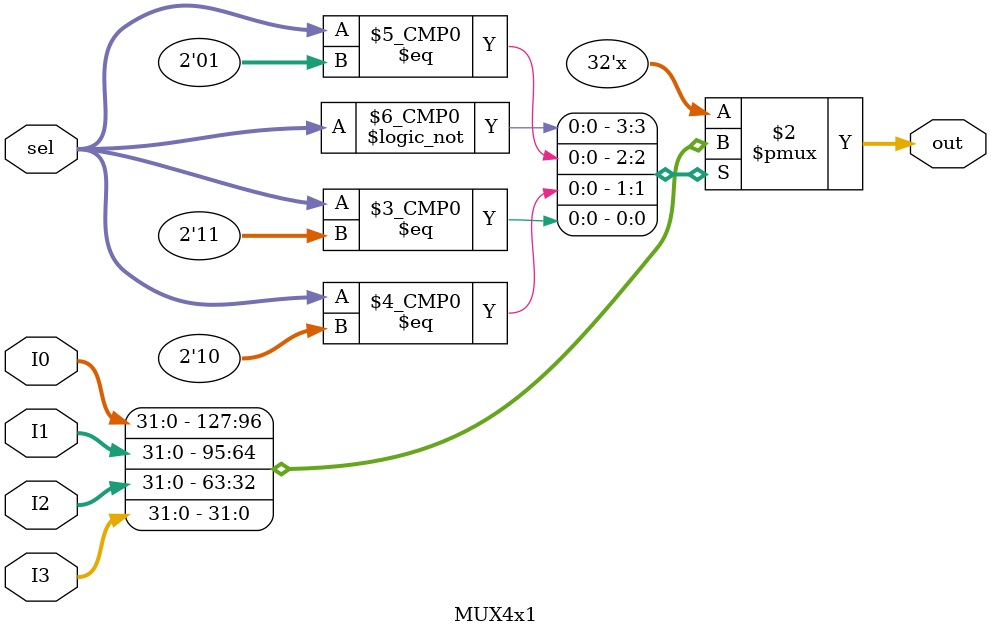
<source format=v>
`timescale 1ns / 1ps


module MUX4x1(
    input [31:0] I0, I1, I2, I3,
    input [1:0] sel,
    output reg [31:0] out
    );
    
    always @(*)
    begin
    case(sel)
    2'b00: out <= I0;
    2'b01: out <= I1;
    2'b10: out <= I2;
    2'b11: out <= I3;
    default: out <= 32'd0;
    endcase
    
    end
endmodule

</source>
